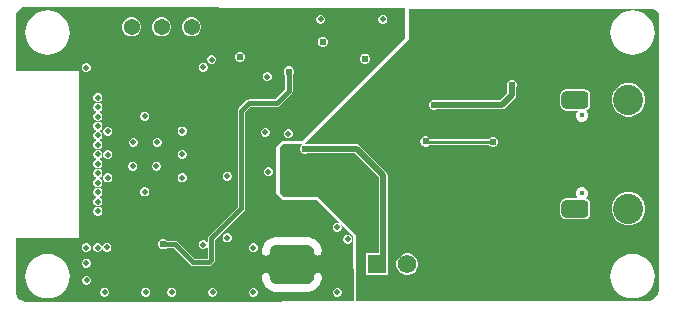
<source format=gbl>
G04*
G04 #@! TF.GenerationSoftware,Altium Limited,Altium Designer,23.0.1 (38)*
G04*
G04 Layer_Physical_Order=4*
G04 Layer_Color=16711680*
%FSLAX25Y25*%
%MOIN*%
G70*
G04*
G04 #@! TF.SameCoordinates,F61D067F-344E-4115-8181-82DC4058F137*
G04*
G04*
G04 #@! TF.FilePolarity,Positive*
G04*
G01*
G75*
%ADD72C,0.01575*%
%ADD75R,0.06181X0.06181*%
%ADD76C,0.06181*%
%ADD80C,0.01500*%
%ADD82C,0.01900*%
G04:AMPARAMS|DCode=88|XSize=60mil|YSize=90mil|CornerRadius=15mil|HoleSize=0mil|Usage=FLASHONLY|Rotation=90.000|XOffset=0mil|YOffset=0mil|HoleType=Round|Shape=RoundedRectangle|*
%AMROUNDEDRECTD88*
21,1,0.06000,0.06000,0,0,90.0*
21,1,0.03000,0.09000,0,0,90.0*
1,1,0.03000,0.03000,0.01500*
1,1,0.03000,0.03000,-0.01500*
1,1,0.03000,-0.03000,-0.01500*
1,1,0.03000,-0.03000,0.01500*
%
%ADD88ROUNDEDRECTD88*%
%ADD89C,0.10098*%
%ADD90R,0.05394X0.05394*%
%ADD91C,0.05394*%
%ADD92C,0.02000*%
%ADD93C,0.02400*%
%ADD101C,0.03000*%
%ADD102C,0.01000*%
G36*
X214260Y98235D02*
X214935Y97559D01*
X215300Y96677D01*
X215300Y96200D01*
X215300Y96200D01*
X215300Y5900D01*
X215300Y5417D01*
X215112Y4471D01*
X214742Y3579D01*
X214206Y2776D01*
X213524Y2094D01*
X212721Y1557D01*
X211829Y1188D01*
X210883Y1000D01*
X210400Y1000D01*
X114100D01*
Y23200D01*
X101400Y35900D01*
X90100D01*
X88800Y37200D01*
Y52300D01*
X90100Y53600D01*
X96962D01*
X96337Y53341D01*
X95859Y52863D01*
X95600Y52238D01*
Y51562D01*
X95859Y50937D01*
X96337Y50459D01*
X96962Y50200D01*
X97638D01*
X98173Y50422D01*
X113888D01*
X121822Y42488D01*
Y16983D01*
X117709D01*
Y9802D01*
X124891D01*
Y16983D01*
X124778D01*
Y43100D01*
X124685Y43572D01*
X124666Y43666D01*
X124345Y44145D01*
X115545Y52945D01*
X115066Y53266D01*
X114500Y53378D01*
X98173D01*
X97638Y53600D01*
X97000D01*
X131800Y88400D01*
Y98600D01*
X134600D01*
X212900Y98600D01*
X213377Y98600D01*
X214260Y98235D01*
D02*
G37*
G36*
X130400Y98708D02*
Y88900D01*
X96100Y54600D01*
X89700D01*
X87700Y52600D01*
Y37000D01*
X89800Y34900D01*
X101100D01*
X113297Y22703D01*
X113400Y1000D01*
X64780Y911D01*
X4000Y911D01*
X4000Y911D01*
Y917D01*
X3202Y1022D01*
X2467Y1327D01*
X2209Y1522D01*
X2031Y1659D01*
X1630Y2086D01*
X1303Y2582D01*
X1065Y3127D01*
X996Y3404D01*
X917Y4000D01*
X911D01*
Y22089D01*
X21000D01*
X21349Y22158D01*
X21411Y22200D01*
X22000D01*
X21911Y71645D01*
Y77000D01*
X21902Y77049D01*
X21900Y77900D01*
X21056D01*
X21000Y77911D01*
X911D01*
Y96000D01*
X917D01*
X1022Y96798D01*
X1330Y97541D01*
X1820Y98180D01*
X2459Y98670D01*
X3202Y98978D01*
X4000Y99083D01*
Y99089D01*
X7227D01*
X130400Y98708D01*
D02*
G37*
%LPC*%
G36*
X206400Y98036D02*
X204951Y97893D01*
X203557Y97470D01*
X202272Y96784D01*
X201147Y95860D01*
X200223Y94734D01*
X199536Y93449D01*
X199113Y92056D01*
X198970Y90606D01*
X199113Y89157D01*
X199536Y87763D01*
X200223Y86479D01*
X201147Y85353D01*
X202272Y84429D01*
X203557Y83742D01*
X204951Y83320D01*
X206400Y83177D01*
X207849Y83320D01*
X209243Y83742D01*
X210528Y84429D01*
X211653Y85353D01*
X212577Y86479D01*
X213264Y87763D01*
X213687Y89157D01*
X213829Y90606D01*
X213687Y92056D01*
X213264Y93449D01*
X212577Y94734D01*
X211653Y95860D01*
X210528Y96784D01*
X209243Y97470D01*
X207849Y97893D01*
X206400Y98036D01*
D02*
G37*
G36*
X166502Y74707D02*
X165826D01*
X165201Y74448D01*
X164723Y73970D01*
X164464Y73345D01*
Y72668D01*
X164590Y72364D01*
Y70281D01*
X162284Y67975D01*
X141073D01*
X140538Y68196D01*
X139862D01*
X139237Y67937D01*
X138759Y67459D01*
X138500Y66834D01*
Y66158D01*
X138759Y65533D01*
X139237Y65055D01*
X139862Y64796D01*
X140538D01*
X141073Y65018D01*
X162896D01*
X163462Y65130D01*
X163942Y65451D01*
X167114Y68623D01*
X167434Y69103D01*
X167547Y69669D01*
Y71985D01*
X167605Y72044D01*
X167864Y72668D01*
Y73345D01*
X167605Y73970D01*
X167127Y74448D01*
X166502Y74707D01*
D02*
G37*
G36*
X205742Y73699D02*
X204281D01*
X202870Y73321D01*
X201605Y72590D01*
X200571Y71557D01*
X199841Y70292D01*
X199463Y68880D01*
Y67419D01*
X199841Y66008D01*
X200571Y64742D01*
X201605Y63709D01*
X202870Y62979D01*
X204281Y62600D01*
X205742D01*
X207154Y62979D01*
X208419Y63709D01*
X209452Y64742D01*
X210183Y66008D01*
X210561Y67419D01*
Y68880D01*
X210183Y70292D01*
X209452Y71557D01*
X208419Y72590D01*
X207154Y73321D01*
X205742Y73699D01*
D02*
G37*
G36*
X190295Y71689D02*
X184295D01*
X183515Y71534D01*
X182853Y71092D01*
X182411Y70430D01*
X182256Y69650D01*
Y66650D01*
X182411Y65869D01*
X182853Y65208D01*
X183515Y64766D01*
X184295Y64610D01*
X188184D01*
X187741Y64167D01*
X187425Y63405D01*
Y62579D01*
X187741Y61817D01*
X188325Y61233D01*
X189087Y60917D01*
X189913D01*
X190675Y61233D01*
X191259Y61817D01*
X191575Y62579D01*
Y63405D01*
X191259Y64167D01*
X190729Y64697D01*
X191076Y64766D01*
X191737Y65208D01*
X192179Y65869D01*
X192334Y66650D01*
Y69650D01*
X192179Y70430D01*
X191737Y71092D01*
X191076Y71534D01*
X190295Y71689D01*
D02*
G37*
G36*
X137738Y56000D02*
X137062D01*
X136437Y55741D01*
X135959Y55263D01*
X135700Y54638D01*
Y53962D01*
X135959Y53337D01*
X136437Y52859D01*
X137062Y52600D01*
X137738D01*
X138363Y52859D01*
X138685Y53180D01*
X158341D01*
X158359Y53137D01*
X158837Y52659D01*
X159462Y52400D01*
X160138D01*
X160763Y52659D01*
X161241Y53137D01*
X161500Y53762D01*
Y54438D01*
X161241Y55063D01*
X160763Y55541D01*
X160138Y55800D01*
X159462D01*
X158837Y55541D01*
X158515Y55220D01*
X138859D01*
X138841Y55263D01*
X138363Y55741D01*
X137738Y56000D01*
D02*
G37*
G36*
X189913Y39083D02*
X189087D01*
X188325Y38767D01*
X187741Y38183D01*
X187425Y37421D01*
Y36595D01*
X187741Y35833D01*
X188184Y35390D01*
X184295D01*
X183515Y35234D01*
X182853Y34792D01*
X182411Y34131D01*
X182256Y33350D01*
Y30350D01*
X182411Y29570D01*
X182853Y28909D01*
X183515Y28466D01*
X184295Y28311D01*
X190295D01*
X191076Y28466D01*
X191737Y28909D01*
X192179Y29570D01*
X192334Y30350D01*
Y33350D01*
X192179Y34131D01*
X191737Y34792D01*
X191076Y35234D01*
X190729Y35303D01*
X191259Y35833D01*
X191575Y36595D01*
Y37421D01*
X191259Y38183D01*
X190675Y38767D01*
X189913Y39083D01*
D02*
G37*
G36*
X205742Y37400D02*
X204281D01*
X202870Y37021D01*
X201605Y36291D01*
X200571Y35258D01*
X199841Y33992D01*
X199463Y32581D01*
Y31120D01*
X199841Y29708D01*
X200571Y28443D01*
X201605Y27410D01*
X202870Y26679D01*
X204281Y26301D01*
X205742D01*
X207154Y26679D01*
X208419Y27410D01*
X209452Y28443D01*
X210183Y29708D01*
X210561Y31120D01*
Y32581D01*
X210183Y33992D01*
X209452Y35258D01*
X208419Y36291D01*
X207154Y37021D01*
X205742Y37400D01*
D02*
G37*
G36*
X131773Y16983D02*
X130827D01*
X129914Y16738D01*
X129095Y16265D01*
X128427Y15597D01*
X127954Y14778D01*
X127709Y13865D01*
Y12919D01*
X127954Y12006D01*
X128427Y11187D01*
X129095Y10519D01*
X129914Y10046D01*
X130827Y9802D01*
X131773D01*
X132686Y10046D01*
X133505Y10519D01*
X134173Y11187D01*
X134646Y12006D01*
X134891Y12919D01*
Y13865D01*
X134646Y14778D01*
X134173Y15597D01*
X133505Y16265D01*
X132686Y16738D01*
X131773Y16983D01*
D02*
G37*
G36*
X206400Y16829D02*
X204951Y16687D01*
X203557Y16264D01*
X202272Y15577D01*
X201147Y14653D01*
X200223Y13528D01*
X199536Y12243D01*
X199113Y10849D01*
X198970Y9400D01*
X199113Y7951D01*
X199536Y6557D01*
X200223Y5272D01*
X201147Y4147D01*
X202272Y3223D01*
X203557Y2536D01*
X204951Y2113D01*
X206400Y1970D01*
X207849Y2113D01*
X209243Y2536D01*
X210528Y3223D01*
X211653Y4147D01*
X212577Y5272D01*
X213264Y6557D01*
X213687Y7951D01*
X213829Y9400D01*
X213687Y10849D01*
X213264Y12243D01*
X212577Y13528D01*
X211653Y14653D01*
X210528Y15577D01*
X209243Y16264D01*
X207849Y16687D01*
X206400Y16829D01*
D02*
G37*
G36*
X123498Y96500D02*
X122902D01*
X122350Y96272D01*
X121928Y95850D01*
X121700Y95298D01*
Y94702D01*
X121928Y94150D01*
X122350Y93728D01*
X122902Y93500D01*
X123498D01*
X124050Y93728D01*
X124472Y94150D01*
X124700Y94702D01*
Y95298D01*
X124472Y95850D01*
X124050Y96272D01*
X123498Y96500D01*
D02*
G37*
G36*
X102698D02*
X102102D01*
X101550Y96272D01*
X101128Y95850D01*
X100900Y95298D01*
Y94702D01*
X101128Y94150D01*
X101550Y93728D01*
X102102Y93500D01*
X102698D01*
X103250Y93728D01*
X103672Y94150D01*
X103900Y94702D01*
Y95298D01*
X103672Y95850D01*
X103250Y96272D01*
X102698Y96500D01*
D02*
G37*
G36*
X59821Y95697D02*
X58979D01*
X58166Y95479D01*
X57437Y95058D01*
X56842Y94463D01*
X56421Y93734D01*
X56203Y92921D01*
Y92079D01*
X56421Y91266D01*
X56842Y90537D01*
X57437Y89942D01*
X58166Y89521D01*
X58979Y89303D01*
X59821D01*
X60634Y89521D01*
X61363Y89942D01*
X61958Y90537D01*
X62379Y91266D01*
X62597Y92079D01*
Y92921D01*
X62379Y93734D01*
X61958Y94463D01*
X61363Y95058D01*
X60634Y95479D01*
X59821Y95697D01*
D02*
G37*
G36*
X49821D02*
X48979D01*
X48166Y95479D01*
X47437Y95058D01*
X46842Y94463D01*
X46421Y93734D01*
X46203Y92921D01*
Y92079D01*
X46421Y91266D01*
X46842Y90537D01*
X47437Y89942D01*
X48166Y89521D01*
X48979Y89303D01*
X49821D01*
X50634Y89521D01*
X51363Y89942D01*
X51958Y90537D01*
X52379Y91266D01*
X52597Y92079D01*
Y92921D01*
X52379Y93734D01*
X51958Y94463D01*
X51363Y95058D01*
X50634Y95479D01*
X49821Y95697D01*
D02*
G37*
G36*
X39821D02*
X38979D01*
X38166Y95479D01*
X37437Y95058D01*
X36842Y94463D01*
X36421Y93734D01*
X36203Y92921D01*
Y92079D01*
X36421Y91266D01*
X36842Y90537D01*
X37437Y89942D01*
X38166Y89521D01*
X38979Y89303D01*
X39821D01*
X40634Y89521D01*
X41363Y89942D01*
X41958Y90537D01*
X42379Y91266D01*
X42597Y92079D01*
Y92921D01*
X42379Y93734D01*
X41958Y94463D01*
X41363Y95058D01*
X40634Y95479D01*
X39821Y95697D01*
D02*
G37*
G36*
X103438Y89200D02*
X102762D01*
X102137Y88941D01*
X101659Y88463D01*
X101400Y87838D01*
Y87162D01*
X101659Y86537D01*
X102137Y86059D01*
X102762Y85800D01*
X103438D01*
X104063Y86059D01*
X104541Y86537D01*
X104800Y87162D01*
Y87838D01*
X104541Y88463D01*
X104063Y88941D01*
X103438Y89200D01*
D02*
G37*
G36*
X11394Y98036D02*
X9944Y97893D01*
X8551Y97470D01*
X7266Y96784D01*
X6140Y95860D01*
X5216Y94734D01*
X4530Y93449D01*
X4107Y92056D01*
X3964Y90606D01*
X4107Y89157D01*
X4530Y87763D01*
X5216Y86479D01*
X6140Y85353D01*
X7266Y84429D01*
X8551Y83742D01*
X9944Y83320D01*
X11394Y83177D01*
X12843Y83320D01*
X14237Y83742D01*
X15521Y84429D01*
X16647Y85353D01*
X17571Y86479D01*
X18258Y87763D01*
X18680Y89157D01*
X18823Y90606D01*
X18680Y92056D01*
X18258Y93449D01*
X17571Y94734D01*
X16647Y95860D01*
X15521Y96784D01*
X14237Y97470D01*
X12843Y97893D01*
X11394Y98036D01*
D02*
G37*
G36*
X75838Y84101D02*
X75162D01*
X74537Y83842D01*
X74059Y83364D01*
X73800Y82739D01*
Y82063D01*
X74059Y81438D01*
X74537Y80960D01*
X75162Y80701D01*
X75838D01*
X76463Y80960D01*
X76941Y81438D01*
X77200Y82063D01*
Y82739D01*
X76941Y83364D01*
X76463Y83842D01*
X75838Y84101D01*
D02*
G37*
G36*
X117538Y83600D02*
X116862D01*
X116237Y83341D01*
X115759Y82863D01*
X115500Y82238D01*
Y81562D01*
X115759Y80937D01*
X116237Y80459D01*
X116862Y80200D01*
X117538D01*
X118163Y80459D01*
X118641Y80937D01*
X118900Y81562D01*
Y82238D01*
X118641Y82863D01*
X118163Y83341D01*
X117538Y83600D01*
D02*
G37*
G36*
X66398Y83100D02*
X65802D01*
X65250Y82872D01*
X64828Y82450D01*
X64600Y81898D01*
Y81302D01*
X64828Y80750D01*
X65250Y80328D01*
X65802Y80100D01*
X66398D01*
X66950Y80328D01*
X67372Y80750D01*
X67600Y81302D01*
Y81898D01*
X67372Y82450D01*
X66950Y82872D01*
X66398Y83100D01*
D02*
G37*
G36*
X63598Y80600D02*
X63002D01*
X62450Y80372D01*
X62028Y79950D01*
X61800Y79398D01*
Y78802D01*
X62028Y78250D01*
X62450Y77828D01*
X63002Y77600D01*
X63598D01*
X64150Y77828D01*
X64572Y78250D01*
X64800Y78802D01*
Y79398D01*
X64572Y79950D01*
X64150Y80372D01*
X63598Y80600D01*
D02*
G37*
G36*
X24601Y80400D02*
X24005D01*
X23453Y80172D01*
X23031Y79750D01*
X22803Y79198D01*
Y78602D01*
X23031Y78050D01*
X23453Y77628D01*
X24005Y77400D01*
X24601D01*
X25153Y77628D01*
X25575Y78050D01*
X25803Y78602D01*
Y79198D01*
X25575Y79750D01*
X25153Y80172D01*
X24601Y80400D01*
D02*
G37*
G36*
X84898Y77400D02*
X84302D01*
X83750Y77172D01*
X83328Y76750D01*
X83100Y76198D01*
Y75602D01*
X83328Y75050D01*
X83750Y74628D01*
X84302Y74400D01*
X84898D01*
X85450Y74628D01*
X85872Y75050D01*
X86100Y75602D01*
Y76198D01*
X85872Y76750D01*
X85450Y77172D01*
X84898Y77400D01*
D02*
G37*
G36*
X28498Y70398D02*
X27902D01*
X27350Y70169D01*
X26928Y69747D01*
X26700Y69196D01*
Y68599D01*
X26928Y68048D01*
X27350Y67626D01*
X27902Y67398D01*
X28498D01*
X29050Y67626D01*
X29472Y68048D01*
X29700Y68599D01*
Y69196D01*
X29472Y69747D01*
X29050Y70169D01*
X28498Y70398D01*
D02*
G37*
G36*
Y67248D02*
X27902D01*
X27350Y67020D01*
X26928Y66598D01*
X26700Y66046D01*
Y65450D01*
X26928Y64898D01*
X27350Y64476D01*
X27902Y64248D01*
X28498D01*
X29050Y64476D01*
X29472Y64898D01*
X29700Y65450D01*
Y66046D01*
X29472Y66598D01*
X29050Y67020D01*
X28498Y67248D01*
D02*
G37*
G36*
X44090Y64200D02*
X43493D01*
X42942Y63972D01*
X42520Y63550D01*
X42291Y62998D01*
Y62402D01*
X42520Y61850D01*
X42942Y61428D01*
X43493Y61200D01*
X44090D01*
X44641Y61428D01*
X45063Y61850D01*
X45291Y62402D01*
Y62998D01*
X45063Y63550D01*
X44641Y63972D01*
X44090Y64200D01*
D02*
G37*
G36*
X28498Y64100D02*
X27902D01*
X27350Y63872D01*
X26928Y63450D01*
X26700Y62898D01*
Y62302D01*
X26928Y61750D01*
X27350Y61328D01*
X27902Y61100D01*
X28498D01*
X29050Y61328D01*
X29472Y61750D01*
X29700Y62302D01*
Y62898D01*
X29472Y63450D01*
X29050Y63872D01*
X28498Y64100D01*
D02*
G37*
G36*
Y60949D02*
X27902D01*
X27350Y60720D01*
X26928Y60299D01*
X26700Y59747D01*
Y59150D01*
X26928Y58599D01*
X27350Y58177D01*
X27902Y57949D01*
X28498D01*
X29050Y58177D01*
X29472Y58599D01*
X29700Y59150D01*
Y59747D01*
X29472Y60299D01*
X29050Y60720D01*
X28498Y60949D01*
D02*
G37*
G36*
X56598Y59276D02*
X56002D01*
X55450Y59047D01*
X55028Y58625D01*
X54800Y58074D01*
Y57477D01*
X55028Y56926D01*
X55450Y56504D01*
X56002Y56276D01*
X56598D01*
X57150Y56504D01*
X57572Y56926D01*
X57800Y57477D01*
Y58074D01*
X57572Y58625D01*
X57150Y59047D01*
X56598Y59276D01*
D02*
G37*
G36*
X31798Y59176D02*
X31202D01*
X30650Y58947D01*
X30228Y58525D01*
X30000Y57974D01*
Y57377D01*
X30228Y56826D01*
X30650Y56404D01*
X31202Y56176D01*
X31798D01*
X32350Y56404D01*
X32772Y56826D01*
X33000Y57377D01*
Y57974D01*
X32772Y58525D01*
X32350Y58947D01*
X31798Y59176D01*
D02*
G37*
G36*
X84298Y58847D02*
X83702D01*
X83150Y58619D01*
X82728Y58197D01*
X82500Y57646D01*
Y57049D01*
X82728Y56498D01*
X83150Y56076D01*
X83702Y55847D01*
X84298D01*
X84850Y56076D01*
X85272Y56498D01*
X85500Y57049D01*
Y57646D01*
X85272Y58197D01*
X84850Y58619D01*
X84298Y58847D01*
D02*
G37*
G36*
X91969Y58400D02*
X91373D01*
X90821Y58172D01*
X90399Y57750D01*
X90171Y57198D01*
Y56602D01*
X90399Y56050D01*
X90821Y55628D01*
X91373Y55400D01*
X91969D01*
X92520Y55628D01*
X92943Y56050D01*
X93171Y56602D01*
Y57198D01*
X92943Y57750D01*
X92520Y58172D01*
X91969Y58400D01*
D02*
G37*
G36*
X28498Y57799D02*
X27902D01*
X27350Y57571D01*
X26928Y57149D01*
X26700Y56598D01*
Y56001D01*
X26928Y55449D01*
X27350Y55028D01*
X27902Y54799D01*
X28498D01*
X29050Y55028D01*
X29472Y55449D01*
X29700Y56001D01*
Y56598D01*
X29472Y57149D01*
X29050Y57571D01*
X28498Y57799D01*
D02*
G37*
G36*
X48198Y55500D02*
X47602D01*
X47050Y55272D01*
X46628Y54850D01*
X46400Y54298D01*
Y53702D01*
X46628Y53150D01*
X47050Y52728D01*
X47602Y52500D01*
X48198D01*
X48750Y52728D01*
X49172Y53150D01*
X49400Y53702D01*
Y54298D01*
X49172Y54850D01*
X48750Y55272D01*
X48198Y55500D01*
D02*
G37*
G36*
X40298D02*
X39702D01*
X39150Y55272D01*
X38728Y54850D01*
X38500Y54298D01*
Y53702D01*
X38728Y53150D01*
X39150Y52728D01*
X39702Y52500D01*
X40298D01*
X40850Y52728D01*
X41272Y53150D01*
X41500Y53702D01*
Y54298D01*
X41272Y54850D01*
X40850Y55272D01*
X40298Y55500D01*
D02*
G37*
G36*
X28498Y54650D02*
X27902D01*
X27350Y54421D01*
X26928Y53999D01*
X26700Y53448D01*
Y52851D01*
X26928Y52300D01*
X27350Y51878D01*
X27902Y51650D01*
X28498D01*
X29050Y51878D01*
X29472Y52300D01*
X29700Y52851D01*
Y53448D01*
X29472Y53999D01*
X29050Y54421D01*
X28498Y54650D01*
D02*
G37*
G36*
X56598Y51500D02*
X56002D01*
X55450Y51272D01*
X55028Y50850D01*
X54800Y50298D01*
Y49702D01*
X55028Y49150D01*
X55450Y48728D01*
X56002Y48500D01*
X56598D01*
X57150Y48728D01*
X57572Y49150D01*
X57800Y49702D01*
Y50298D01*
X57572Y50850D01*
X57150Y51272D01*
X56598Y51500D01*
D02*
G37*
G36*
X28498D02*
X27902D01*
X27350Y51272D01*
X26928Y50850D01*
X26700Y50298D01*
Y49702D01*
X26928Y49150D01*
X27350Y48728D01*
X27902Y48500D01*
X28498D01*
X29050Y48728D01*
X29472Y49150D01*
X29700Y49702D01*
Y50298D01*
X29472Y50850D01*
X29050Y51272D01*
X28498Y51500D01*
D02*
G37*
G36*
X31798Y51400D02*
X31202D01*
X30650Y51172D01*
X30228Y50750D01*
X30000Y50198D01*
Y49602D01*
X30228Y49050D01*
X30650Y48628D01*
X31202Y48400D01*
X31798D01*
X32350Y48628D01*
X32772Y49050D01*
X33000Y49602D01*
Y50198D01*
X32772Y50750D01*
X32350Y51172D01*
X31798Y51400D01*
D02*
G37*
G36*
X28498Y48350D02*
X27902D01*
X27350Y48122D01*
X26928Y47700D01*
X26700Y47149D01*
Y46552D01*
X26928Y46001D01*
X27350Y45579D01*
X27902Y45350D01*
X28498D01*
X29050Y45579D01*
X29472Y46001D01*
X29700Y46552D01*
Y47149D01*
X29472Y47700D01*
X29050Y48122D01*
X28498Y48350D01*
D02*
G37*
G36*
X47998Y47600D02*
X47402D01*
X46850Y47372D01*
X46428Y46950D01*
X46200Y46398D01*
Y45802D01*
X46428Y45250D01*
X46850Y44828D01*
X47402Y44600D01*
X47998D01*
X48550Y44828D01*
X48972Y45250D01*
X49200Y45802D01*
Y46398D01*
X48972Y46950D01*
X48550Y47372D01*
X47998Y47600D01*
D02*
G37*
G36*
X40098D02*
X39502D01*
X38950Y47372D01*
X38528Y46950D01*
X38300Y46398D01*
Y45802D01*
X38528Y45250D01*
X38950Y44828D01*
X39502Y44600D01*
X40098D01*
X40650Y44828D01*
X41072Y45250D01*
X41300Y45802D01*
Y46398D01*
X41072Y46950D01*
X40650Y47372D01*
X40098Y47600D01*
D02*
G37*
G36*
X85298Y45700D02*
X84702D01*
X84150Y45472D01*
X83728Y45050D01*
X83500Y44498D01*
Y43902D01*
X83728Y43350D01*
X84150Y42928D01*
X84702Y42700D01*
X85298D01*
X85850Y42928D01*
X86272Y43350D01*
X86500Y43902D01*
Y44498D01*
X86272Y45050D01*
X85850Y45472D01*
X85298Y45700D01*
D02*
G37*
G36*
X28498Y45201D02*
X27902D01*
X27350Y44972D01*
X26928Y44550D01*
X26700Y43999D01*
Y43402D01*
X26928Y42851D01*
X27350Y42429D01*
X27902Y42201D01*
X28498D01*
X29050Y42429D01*
X29472Y42851D01*
X29700Y43402D01*
Y43999D01*
X29472Y44550D01*
X29050Y44972D01*
X28498Y45201D01*
D02*
G37*
G36*
X71598Y44200D02*
X71002D01*
X70450Y43972D01*
X70028Y43550D01*
X69800Y42998D01*
Y42402D01*
X70028Y41850D01*
X70450Y41428D01*
X71002Y41200D01*
X71598D01*
X72150Y41428D01*
X72572Y41850D01*
X72800Y42402D01*
Y42998D01*
X72572Y43550D01*
X72150Y43972D01*
X71598Y44200D01*
D02*
G37*
G36*
X56598Y43724D02*
X56002D01*
X55450Y43496D01*
X55028Y43074D01*
X54800Y42523D01*
Y41926D01*
X55028Y41375D01*
X55450Y40953D01*
X56002Y40724D01*
X56598D01*
X57150Y40953D01*
X57572Y41375D01*
X57800Y41926D01*
Y42523D01*
X57572Y43074D01*
X57150Y43496D01*
X56598Y43724D01*
D02*
G37*
G36*
X31798Y43624D02*
X31202D01*
X30650Y43396D01*
X30228Y42974D01*
X30000Y42423D01*
Y41826D01*
X30228Y41275D01*
X30650Y40853D01*
X31202Y40624D01*
X31798D01*
X32350Y40853D01*
X32772Y41275D01*
X33000Y41826D01*
Y42423D01*
X32772Y42974D01*
X32350Y43396D01*
X31798Y43624D01*
D02*
G37*
G36*
X28498Y42051D02*
X27902D01*
X27350Y41823D01*
X26928Y41401D01*
X26700Y40850D01*
Y40253D01*
X26928Y39702D01*
X27350Y39279D01*
X27902Y39051D01*
X28498D01*
X29050Y39279D01*
X29472Y39702D01*
X29700Y40253D01*
Y40850D01*
X29472Y41401D01*
X29050Y41823D01*
X28498Y42051D01*
D02*
G37*
G36*
X44090Y38970D02*
X43493D01*
X42942Y38742D01*
X42520Y38320D01*
X42291Y37768D01*
Y37172D01*
X42520Y36620D01*
X42942Y36198D01*
X43493Y35970D01*
X44090D01*
X44641Y36198D01*
X45063Y36620D01*
X45291Y37172D01*
Y37768D01*
X45063Y38320D01*
X44641Y38742D01*
X44090Y38970D01*
D02*
G37*
G36*
X28498Y38902D02*
X27902D01*
X27350Y38673D01*
X26928Y38251D01*
X26700Y37700D01*
Y37103D01*
X26928Y36552D01*
X27350Y36130D01*
X27902Y35902D01*
X28498D01*
X29050Y36130D01*
X29472Y36552D01*
X29700Y37103D01*
Y37700D01*
X29472Y38251D01*
X29050Y38673D01*
X28498Y38902D01*
D02*
G37*
G36*
Y35752D02*
X27902D01*
X27350Y35524D01*
X26928Y35102D01*
X26700Y34550D01*
Y33954D01*
X26928Y33402D01*
X27350Y32980D01*
X27902Y32752D01*
X28498D01*
X29050Y32980D01*
X29472Y33402D01*
X29700Y33954D01*
Y34550D01*
X29472Y35102D01*
X29050Y35524D01*
X28498Y35752D01*
D02*
G37*
G36*
Y32602D02*
X27902D01*
X27350Y32374D01*
X26928Y31952D01*
X26700Y31401D01*
Y30804D01*
X26928Y30253D01*
X27350Y29831D01*
X27902Y29602D01*
X28498D01*
X29050Y29831D01*
X29472Y30253D01*
X29700Y30804D01*
Y31401D01*
X29472Y31952D01*
X29050Y32374D01*
X28498Y32602D01*
D02*
G37*
G36*
X108198Y27200D02*
X107602D01*
X107050Y26972D01*
X106628Y26550D01*
X106400Y25998D01*
Y25402D01*
X106628Y24850D01*
X107050Y24428D01*
X107602Y24200D01*
X108198D01*
X108750Y24428D01*
X109172Y24850D01*
X109400Y25402D01*
Y25998D01*
X109172Y26550D01*
X108750Y26972D01*
X108198Y27200D01*
D02*
G37*
G36*
X98280Y22443D02*
X87320D01*
X87269Y22422D01*
X87214Y22433D01*
X86374Y22266D01*
X86327Y22235D01*
X86272D01*
X85480Y21907D01*
X85441Y21868D01*
X85387Y21857D01*
X84674Y21381D01*
X84643Y21335D01*
X84592Y21313D01*
X83986Y20707D01*
X83965Y20656D01*
X83918Y20625D01*
X83442Y19912D01*
X83431Y19858D01*
X83392Y19819D01*
X83064Y19027D01*
Y18971D01*
X83033Y18925D01*
X82866Y18085D01*
X82877Y18030D01*
X82856Y17979D01*
Y17550D01*
Y17401D01*
X82897Y17302D01*
Y17194D01*
X83011Y16918D01*
X83087Y16842D01*
X83129Y16742D01*
X83340Y16531D01*
X83440Y16489D01*
X83516Y16413D01*
X83792Y16299D01*
X83900D01*
X83999Y16258D01*
X84298D01*
X84397Y16299D01*
X84505D01*
X84781Y16413D01*
X84857Y16489D01*
X84957Y16531D01*
X85168Y16742D01*
X85210Y16842D01*
X85286Y16918D01*
X85400Y17194D01*
Y17302D01*
X85441Y17401D01*
Y17537D01*
X85452Y17763D01*
X85543Y18219D01*
X85716Y18637D01*
X85967Y19013D01*
X86286Y19332D01*
X86662Y19583D01*
X87080Y19756D01*
X87536Y19847D01*
X87762Y19858D01*
X97838D01*
X98064Y19847D01*
X98520Y19756D01*
X98938Y19583D01*
X99314Y19332D01*
X99633Y19013D01*
X99884Y18637D01*
X100057Y18219D01*
X100148Y17763D01*
X100159Y17537D01*
Y17401D01*
X100200Y17302D01*
Y17194D01*
X100314Y16918D01*
X100391Y16842D01*
X100432Y16742D01*
X100643Y16531D01*
X100743Y16489D01*
X100819Y16413D01*
X101095Y16299D01*
X101203D01*
X101302Y16258D01*
X101601D01*
X101700Y16299D01*
X101808D01*
X102084Y16413D01*
X102160Y16489D01*
X102260Y16531D01*
X102471Y16742D01*
X102513Y16842D01*
X102589Y16918D01*
X102703Y17194D01*
Y17302D01*
X102744Y17401D01*
Y17550D01*
Y17979D01*
X102723Y18030D01*
X102734Y18085D01*
X102567Y18925D01*
X102536Y18971D01*
Y19027D01*
X102208Y19819D01*
X102169Y19858D01*
X102158Y19912D01*
X101681Y20625D01*
X101635Y20656D01*
X101614Y20707D01*
X101008Y21313D01*
X100957Y21335D01*
X100926Y21381D01*
X100213Y21857D01*
X100159Y21868D01*
X100120Y21907D01*
X99328Y22235D01*
X99273D01*
X99226Y22266D01*
X98386Y22433D01*
X98331Y22422D01*
X98280Y22443D01*
D02*
G37*
G36*
X71598Y23721D02*
X71002D01*
X70450Y23493D01*
X70028Y23071D01*
X69800Y22520D01*
Y21923D01*
X70028Y21372D01*
X70450Y20950D01*
X71002Y20721D01*
X71598D01*
X72150Y20950D01*
X72572Y21372D01*
X72800Y21923D01*
Y22520D01*
X72572Y23071D01*
X72150Y23493D01*
X71598Y23721D01*
D02*
G37*
G36*
X92138Y79300D02*
X91462D01*
X90837Y79041D01*
X90359Y78563D01*
X90100Y77938D01*
Y77262D01*
X90359Y76637D01*
X90526Y76470D01*
Y71628D01*
X87272Y68375D01*
X78600D01*
X78112Y68278D01*
X77699Y68001D01*
X75099Y65401D01*
X74822Y64988D01*
X74726Y64500D01*
Y32528D01*
X65099Y22901D01*
X64823Y22488D01*
X64726Y22000D01*
Y20329D01*
X64551Y20750D01*
X64129Y21172D01*
X63578Y21400D01*
X62981D01*
X62430Y21172D01*
X62008Y20750D01*
X61779Y20198D01*
Y19602D01*
X62008Y19050D01*
X62430Y18628D01*
X62981Y18400D01*
X63578D01*
X64129Y18628D01*
X64551Y19050D01*
X64726Y19471D01*
Y15407D01*
X64593Y15274D01*
X60528D01*
X54901Y20901D01*
X54488Y21178D01*
X54000Y21274D01*
X51130D01*
X50963Y21441D01*
X50338Y21700D01*
X49662D01*
X49037Y21441D01*
X48559Y20963D01*
X48300Y20338D01*
Y19662D01*
X48559Y19037D01*
X49037Y18559D01*
X49662Y18300D01*
X50338D01*
X50963Y18559D01*
X51130Y18725D01*
X53472D01*
X59099Y13099D01*
X59512Y12822D01*
X60000Y12725D01*
X65121D01*
X65609Y12822D01*
X66022Y13099D01*
X66901Y13977D01*
X67177Y14391D01*
X67274Y14879D01*
Y21472D01*
X76901Y31099D01*
X77178Y31512D01*
X77275Y32000D01*
Y63972D01*
X79128Y65825D01*
X87800D01*
X88288Y65922D01*
X88701Y66199D01*
X92701Y70199D01*
X92977Y70612D01*
X93075Y71100D01*
Y76470D01*
X93241Y76637D01*
X93500Y77262D01*
Y77938D01*
X93241Y78563D01*
X92763Y79041D01*
X92138Y79300D01*
D02*
G37*
G36*
X111798Y23200D02*
X111202D01*
X110650Y22972D01*
X110228Y22550D01*
X110000Y21998D01*
Y21402D01*
X110228Y20850D01*
X110650Y20428D01*
X111202Y20200D01*
X111798D01*
X112350Y20428D01*
X112772Y20850D01*
X113000Y21402D01*
Y21998D01*
X112772Y22550D01*
X112350Y22972D01*
X111798Y23200D01*
D02*
G37*
G36*
X31498Y20500D02*
X30902D01*
X30350Y20272D01*
X29928Y19850D01*
X29700Y19298D01*
Y18702D01*
X29928Y18150D01*
X30350Y17728D01*
X30902Y17500D01*
X31498D01*
X32050Y17728D01*
X32472Y18150D01*
X32700Y18702D01*
Y19298D01*
X32472Y19850D01*
X32050Y20272D01*
X31498Y20500D01*
D02*
G37*
G36*
X28352Y20400D02*
X27755D01*
X27204Y20172D01*
X26782Y19750D01*
X26554Y19198D01*
Y18602D01*
X26782Y18050D01*
X27204Y17628D01*
X27755Y17400D01*
X28352D01*
X28903Y17628D01*
X29325Y18050D01*
X29554Y18602D01*
Y19198D01*
X29325Y19750D01*
X28903Y20172D01*
X28352Y20400D01*
D02*
G37*
G36*
X24598D02*
X24002D01*
X23450Y20172D01*
X23028Y19750D01*
X22800Y19198D01*
Y18602D01*
X23028Y18050D01*
X23450Y17628D01*
X24002Y17400D01*
X24598D01*
X25150Y17628D01*
X25572Y18050D01*
X25800Y18602D01*
Y19198D01*
X25572Y19750D01*
X25150Y20172D01*
X24598Y20400D01*
D02*
G37*
G36*
X80298Y20362D02*
X79702D01*
X79150Y20134D01*
X78728Y19712D01*
X78500Y19161D01*
Y18564D01*
X78728Y18013D01*
X79150Y17591D01*
X79702Y17362D01*
X80298D01*
X80850Y17591D01*
X81272Y18013D01*
X81500Y18564D01*
Y19161D01*
X81272Y19712D01*
X80850Y20134D01*
X80298Y20362D01*
D02*
G37*
G36*
X24638Y15200D02*
X24042D01*
X23490Y14972D01*
X23068Y14550D01*
X22840Y13998D01*
Y13402D01*
X23068Y12850D01*
X23490Y12428D01*
X24042Y12200D01*
X24638D01*
X25190Y12428D01*
X25612Y12850D01*
X25840Y13402D01*
Y13998D01*
X25612Y14550D01*
X25190Y14972D01*
X24638Y15200D01*
D02*
G37*
G36*
X101601Y10443D02*
X101302D01*
X101202Y10402D01*
X101095D01*
X100819Y10288D01*
X100743Y10211D01*
X100643Y10170D01*
X100432Y9959D01*
X100391Y9859D01*
X100314Y9783D01*
X100200Y9507D01*
Y9399D01*
X100159Y9300D01*
Y9164D01*
X100148Y8938D01*
X100057Y8482D01*
X99884Y8064D01*
X99633Y7688D01*
X99313Y7369D01*
X98938Y7118D01*
X98520Y6945D01*
X98064Y6854D01*
X97838Y6843D01*
X87762D01*
X87536Y6854D01*
X87080Y6945D01*
X86662Y7118D01*
X86286Y7369D01*
X85967Y7688D01*
X85716Y8064D01*
X85543Y8482D01*
X85452Y8938D01*
X85441Y9164D01*
Y9300D01*
X85400Y9399D01*
Y9507D01*
X85286Y9783D01*
X85210Y9859D01*
X85168Y9959D01*
X84957Y10170D01*
X84857Y10211D01*
X84781Y10288D01*
X84505Y10402D01*
X84397D01*
X84298Y10443D01*
X83999D01*
X83899Y10402D01*
X83792D01*
X83516Y10288D01*
X83440Y10211D01*
X83340Y10170D01*
X83129Y9959D01*
X83087Y9859D01*
X83011Y9783D01*
X82897Y9507D01*
Y9399D01*
X82856Y9300D01*
Y9150D01*
Y8722D01*
X82877Y8671D01*
X82866Y8616D01*
X83033Y7776D01*
X83064Y7730D01*
Y7674D01*
X83392Y6882D01*
X83431Y6843D01*
X83442Y6789D01*
X83918Y6076D01*
X83965Y6045D01*
X83986Y5994D01*
X84592Y5388D01*
X84643Y5367D01*
X84674Y5320D01*
X85387Y4844D01*
X85441Y4834D01*
X85480Y4794D01*
X86272Y4466D01*
X86327D01*
X86374Y4435D01*
X87214Y4268D01*
X87269Y4279D01*
X87320Y4258D01*
X98280D01*
X98331Y4279D01*
X98386Y4268D01*
X99226Y4435D01*
X99273Y4466D01*
X99328D01*
X100120Y4794D01*
X100159Y4834D01*
X100213Y4844D01*
X100926Y5320D01*
X100957Y5367D01*
X101008Y5388D01*
X101614Y5994D01*
X101635Y6045D01*
X101681Y6076D01*
X102158Y6789D01*
X102169Y6843D01*
X102208Y6882D01*
X102536Y7674D01*
Y7730D01*
X102567Y7776D01*
X102734Y8616D01*
X102723Y8671D01*
X102744Y8722D01*
Y9150D01*
Y9300D01*
X102703Y9399D01*
Y9507D01*
X102589Y9783D01*
X102513Y9859D01*
X102471Y9959D01*
X102260Y10170D01*
X102160Y10211D01*
X102084Y10288D01*
X101808Y10402D01*
X101700D01*
X101601Y10443D01*
D02*
G37*
G36*
X24698Y9500D02*
X24102D01*
X23550Y9272D01*
X23128Y8850D01*
X22900Y8298D01*
Y7702D01*
X23128Y7150D01*
X23550Y6728D01*
X24102Y6500D01*
X24698D01*
X25250Y6728D01*
X25672Y7150D01*
X25900Y7702D01*
Y8298D01*
X25672Y8850D01*
X25250Y9272D01*
X24698Y9500D01*
D02*
G37*
G36*
X53101Y5600D02*
X52505D01*
X51954Y5372D01*
X51531Y4950D01*
X51303Y4398D01*
Y3802D01*
X51531Y3250D01*
X51954Y2828D01*
X52505Y2600D01*
X53101D01*
X53653Y2828D01*
X54075Y3250D01*
X54303Y3802D01*
Y4398D01*
X54075Y4950D01*
X53653Y5372D01*
X53101Y5600D01*
D02*
G37*
G36*
X44494D02*
X43897D01*
X43346Y5372D01*
X42924Y4950D01*
X42695Y4398D01*
Y3802D01*
X42924Y3250D01*
X43346Y2828D01*
X43897Y2600D01*
X44494D01*
X45045Y2828D01*
X45467Y3250D01*
X45695Y3802D01*
Y4398D01*
X45467Y4950D01*
X45045Y5372D01*
X44494Y5600D01*
D02*
G37*
G36*
X30698D02*
X30102D01*
X29550Y5372D01*
X29128Y4950D01*
X28900Y4398D01*
Y3802D01*
X29128Y3250D01*
X29550Y2828D01*
X30102Y2600D01*
X30698D01*
X31250Y2828D01*
X31672Y3250D01*
X31900Y3802D01*
Y4398D01*
X31672Y4950D01*
X31250Y5372D01*
X30698Y5600D01*
D02*
G37*
G36*
X108298Y5500D02*
X107702D01*
X107150Y5272D01*
X106728Y4850D01*
X106500Y4298D01*
Y3702D01*
X106728Y3150D01*
X107150Y2728D01*
X107702Y2500D01*
X108298D01*
X108850Y2728D01*
X109272Y3150D01*
X109500Y3702D01*
Y4298D01*
X109272Y4850D01*
X108850Y5272D01*
X108298Y5500D01*
D02*
G37*
G36*
X80298D02*
X79702D01*
X79150Y5272D01*
X78728Y4850D01*
X78500Y4298D01*
Y3702D01*
X78728Y3150D01*
X79150Y2728D01*
X79702Y2500D01*
X80298D01*
X80850Y2728D01*
X81272Y3150D01*
X81500Y3702D01*
Y4298D01*
X81272Y4850D01*
X80850Y5272D01*
X80298Y5500D01*
D02*
G37*
G36*
X66698D02*
X66102D01*
X65550Y5272D01*
X65128Y4850D01*
X64900Y4298D01*
Y3702D01*
X65128Y3150D01*
X65550Y2728D01*
X66102Y2500D01*
X66698D01*
X67250Y2728D01*
X67672Y3150D01*
X67900Y3702D01*
Y4298D01*
X67672Y4850D01*
X67250Y5272D01*
X66698Y5500D01*
D02*
G37*
G36*
X11394Y16829D02*
X9944Y16687D01*
X8551Y16264D01*
X7266Y15577D01*
X6140Y14653D01*
X5216Y13528D01*
X4530Y12243D01*
X4107Y10849D01*
X3964Y9400D01*
X4107Y7951D01*
X4530Y6557D01*
X5216Y5272D01*
X6140Y4147D01*
X7266Y3223D01*
X8551Y2536D01*
X9944Y2113D01*
X11394Y1970D01*
X12843Y2113D01*
X14237Y2536D01*
X15521Y3223D01*
X16647Y4147D01*
X17571Y5272D01*
X18258Y6557D01*
X18680Y7951D01*
X18823Y9400D01*
X18680Y10849D01*
X18258Y12243D01*
X17571Y13528D01*
X16647Y14653D01*
X15521Y15577D01*
X14237Y16264D01*
X12843Y16687D01*
X11394Y16829D01*
D02*
G37*
%LPD*%
D72*
X189500Y37008D02*
D03*
Y62992D02*
D03*
D75*
X121300Y13392D02*
D03*
D76*
X131300D02*
D03*
D80*
X54000Y20000D02*
X60000Y14000D01*
X50000Y20000D02*
X54000D01*
X78600Y67100D02*
X87800D01*
X65121Y14000D02*
X66000Y14879D01*
X60000Y14000D02*
X65121D01*
X66000Y14879D02*
Y22000D01*
X76000Y32000D01*
Y64500D02*
X78600Y67100D01*
X76000Y32000D02*
Y64500D01*
X91800Y71100D02*
Y77600D01*
X87800Y67100D02*
X91800Y71100D01*
D82*
X123300Y16600D02*
Y43100D01*
X97300Y51900D02*
X114500D01*
X123300Y43100D01*
X140200Y66496D02*
X162896D01*
X166069Y69669D01*
Y72911D01*
X166164Y73007D01*
D88*
X187295Y31850D02*
D03*
Y68150D02*
D03*
D89*
X205012Y31850D02*
D03*
Y68150D02*
D03*
D90*
X29400Y92500D02*
D03*
D91*
X39400D02*
D03*
X49400D02*
D03*
X59400D02*
D03*
D92*
X85000Y44200D02*
D03*
X101800Y47700D02*
D03*
X92700Y40600D02*
D03*
X102400Y95000D02*
D03*
X130000Y56800D02*
D03*
X150000Y5000D02*
D03*
X175000Y95000D02*
D03*
X190000D02*
D03*
Y84400D02*
D03*
X135000Y95000D02*
D03*
X190000Y5000D02*
D03*
X155000Y95000D02*
D03*
X190000Y15300D02*
D03*
X80000Y4000D02*
D03*
X170000Y5000D02*
D03*
X66100Y81600D02*
D03*
X52803Y4100D02*
D03*
X44195D02*
D03*
X80000Y18862D02*
D03*
X84000Y57347D02*
D03*
X123200Y95000D02*
D03*
X108000Y4000D02*
D03*
X66400D02*
D03*
X30400Y4100D02*
D03*
X31500Y42124D02*
D03*
Y49900D02*
D03*
Y57676D02*
D03*
X43791Y37470D02*
D03*
X28200Y34252D02*
D03*
Y37402D02*
D03*
X43791Y62700D02*
D03*
X56300Y42224D02*
D03*
Y50000D02*
D03*
Y57776D02*
D03*
X47700Y46100D02*
D03*
X47900Y54000D02*
D03*
X39800Y46100D02*
D03*
X40000Y54000D02*
D03*
X80189Y57347D02*
D03*
X71300Y42700D02*
D03*
X91671Y56900D02*
D03*
X84600Y75900D02*
D03*
X109100Y37200D02*
D03*
X110600Y29500D02*
D03*
X111500Y21700D02*
D03*
X130500Y27300D02*
D03*
X63279Y19900D02*
D03*
X128024Y73862D02*
D03*
X129500Y69800D02*
D03*
Y65900D02*
D03*
X129600Y47600D02*
D03*
X108000Y8000D02*
D03*
X115650Y63000D02*
D03*
Y58000D02*
D03*
X119800D02*
D03*
X111500D02*
D03*
Y63000D02*
D03*
X119800Y62900D02*
D03*
X107900Y25700D02*
D03*
X76200Y18862D02*
D03*
X66500Y7839D02*
D03*
X34343Y4100D02*
D03*
X24400Y8000D02*
D03*
X24340Y13700D02*
D03*
X63300Y79100D02*
D03*
X71300Y22221D02*
D03*
X28200Y53150D02*
D03*
Y46850D02*
D03*
Y31102D02*
D03*
X24303Y78900D02*
D03*
X28200Y68898D02*
D03*
Y65748D02*
D03*
Y62600D02*
D03*
Y59449D02*
D03*
Y56299D02*
D03*
Y50000D02*
D03*
Y43701D02*
D03*
Y40551D02*
D03*
X24300Y18900D02*
D03*
X28054D02*
D03*
X31200Y19000D02*
D03*
D93*
X175200Y37500D02*
D03*
X123400Y90600D02*
D03*
X50000Y20000D02*
D03*
X103100Y87500D02*
D03*
X91800Y77600D02*
D03*
X75500Y82401D02*
D03*
X97300Y51900D02*
D03*
X159800Y54100D02*
D03*
X142000Y58100D02*
D03*
X137400Y54300D02*
D03*
X140200Y66496D02*
D03*
X166164Y73007D02*
D03*
X177700Y15500D02*
D03*
X117200Y81900D02*
D03*
X145800Y87500D02*
D03*
X175300Y84600D02*
D03*
X166000Y41900D02*
D03*
X175400Y49900D02*
D03*
X112700Y81900D02*
D03*
D101*
X80189Y36000D02*
Y59289D01*
X83100Y62200D02*
X93400D01*
X80189Y59289D02*
X83100Y62200D01*
X109300Y78100D02*
X112700Y81500D01*
X93400Y62200D02*
X109300Y78100D01*
X76200Y18862D02*
Y24200D01*
Y9596D02*
Y18862D01*
X112700Y81500D02*
Y81900D01*
X109100Y78300D02*
X112700Y81900D01*
X89600Y88200D02*
X99500Y78300D01*
X109100D01*
X112700Y88700D02*
X114600Y90600D01*
X112700Y81900D02*
Y88700D01*
X114600Y90600D02*
X123400D01*
X34200Y81600D02*
X57500D01*
X64100Y88200D02*
X89600D01*
X57500Y81600D02*
X64100Y88200D01*
X29400Y86400D02*
Y92500D01*
Y86400D02*
X34200Y81600D01*
X80189Y28189D02*
Y36000D01*
X76200Y24200D02*
X80189Y28189D01*
X34343Y4100D02*
Y9143D01*
X86189Y30000D02*
X98000D01*
X80189Y36000D02*
X86189Y30000D01*
X98000D02*
X108000Y20000D01*
Y8000D02*
Y20000D01*
X74443Y7839D02*
X76200Y9596D01*
X66500Y7839D02*
X74443D01*
X59961D02*
X66500D01*
X39100Y13900D02*
X53900D01*
X59961Y7839D01*
X34343Y9143D02*
X39100Y13900D01*
D102*
X159700Y54200D02*
X159800Y54100D01*
X137400Y54300D02*
X137500Y54200D01*
X159700D01*
M02*

</source>
